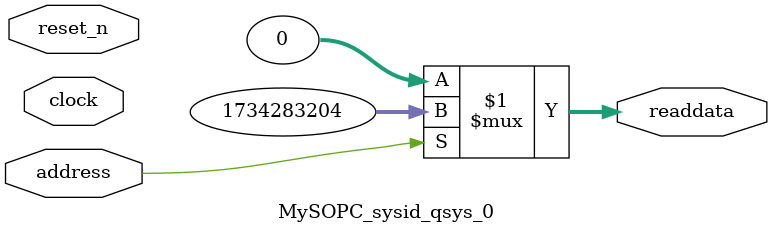
<source format=v>



// synthesis translate_off
`timescale 1ns / 1ps
// synthesis translate_on

// turn off superfluous verilog processor warnings 
// altera message_level Level1 
// altera message_off 10034 10035 10036 10037 10230 10240 10030 

module MySOPC_sysid_qsys_0 (
               // inputs:
                address,
                clock,
                reset_n,

               // outputs:
                readdata
             )
;

  output  [ 31: 0] readdata;
  input            address;
  input            clock;
  input            reset_n;

  wire    [ 31: 0] readdata;
  //control_slave, which is an e_avalon_slave
  assign readdata = address ? 1734283204 : 0;

endmodule



</source>
